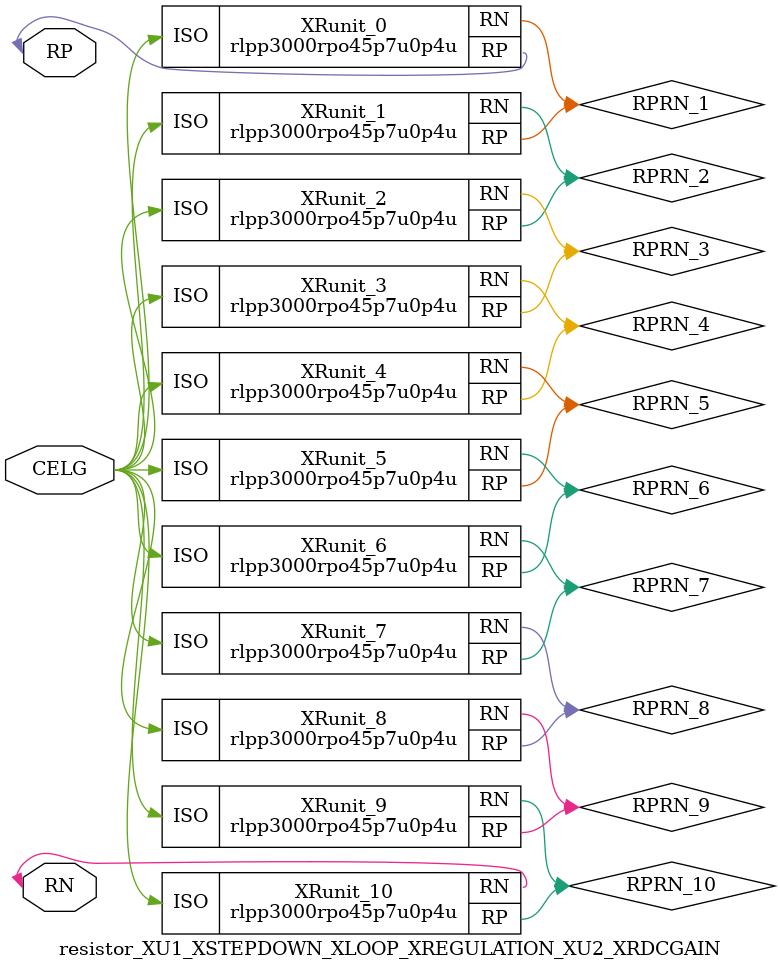
<source format=v>

module rlpp3000rpo45p7u0p4u (RP, RN, ISO);
inout RP;
inout RN;
input ISO;
endmodule

//Celera Confidential Do Not Copy resistor_XU1_XSTEPDOWN_XLOOP_XREGULATION_XU2_XRDCGAIN
//Celera Confidential Symbol Generator
//RESISTOR:5000KOhm TYPE:poly DFT:no
module resistor_XU1_XSTEPDOWN_XLOOP_XREGULATION_XU2_XRDCGAIN (RP,
CELG,
RN);
inout RP;
inout RN;
input CELG;

//Celera Confidential Do Not Copy Runit
rlpp3000rpo45p7u0p4u XRunit_0(
.RP (RP),
.RN (RPRN_1),
.ISO (CELG)
);
rlpp3000rpo45p7u0p4u XRunit_1(
.RP (RPRN_1),
.RN (RPRN_2),
.ISO (CELG)
);
rlpp3000rpo45p7u0p4u XRunit_2(
.RP (RPRN_2),
.RN (RPRN_3),
.ISO (CELG)
);
rlpp3000rpo45p7u0p4u XRunit_3(
.RP (RPRN_3),
.RN (RPRN_4),
.ISO (CELG)
);
rlpp3000rpo45p7u0p4u XRunit_4(
.RP (RPRN_4),
.RN (RPRN_5),
.ISO (CELG)
);
rlpp3000rpo45p7u0p4u XRunit_5(
.RP (RPRN_5),
.RN (RPRN_6),
.ISO (CELG)
);
rlpp3000rpo45p7u0p4u XRunit_6(
.RP (RPRN_6),
.RN (RPRN_7),
.ISO (CELG)
);
rlpp3000rpo45p7u0p4u XRunit_7(
.RP (RPRN_7),
.RN (RPRN_8),
.ISO (CELG)
);
rlpp3000rpo45p7u0p4u XRunit_8(
.RP (RPRN_8),
.RN (RPRN_9),
.ISO (CELG)
);
rlpp3000rpo45p7u0p4u XRunit_9(
.RP (RPRN_9),
.RN (RPRN_10),
.ISO (CELG)
);
rlpp3000rpo45p7u0p4u XRunit_10(
.RP (RPRN_10),
.RN (RN),
.ISO (CELG)
);

//Celera Confidential Do Not Copy //DieSize,rlpp3000rpo45p7u0p4u

//Die Size Calculator rlpp3000rpo45p7u0p4u
//,diesize,rlpp3000rpo45p7u0p4u,11

//Celera Confidential Do Not Copy Module End
//Celera Schematic Generator
endmodule

</source>
